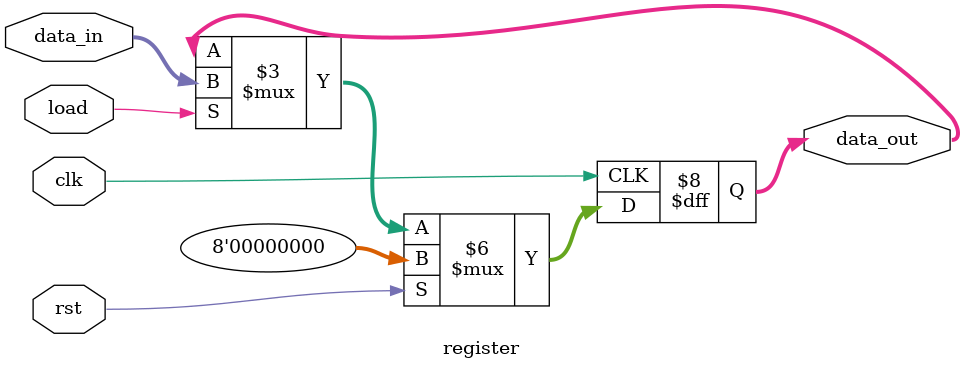
<source format=v>

module register
#(parameter WIDTH = 8)
 (input wire [WIDTH-1:0] data_in,
  input wire load, clk, rst,
  output reg [WIDTH-1:0] data_out
  );
  
  always @(posedge clk)
  	if (rst) data_out <= 0;
  	else
  	if (load) data_out <= data_in;
  	else
  	data_out <= data_out;
  	
 endmodule

</source>
